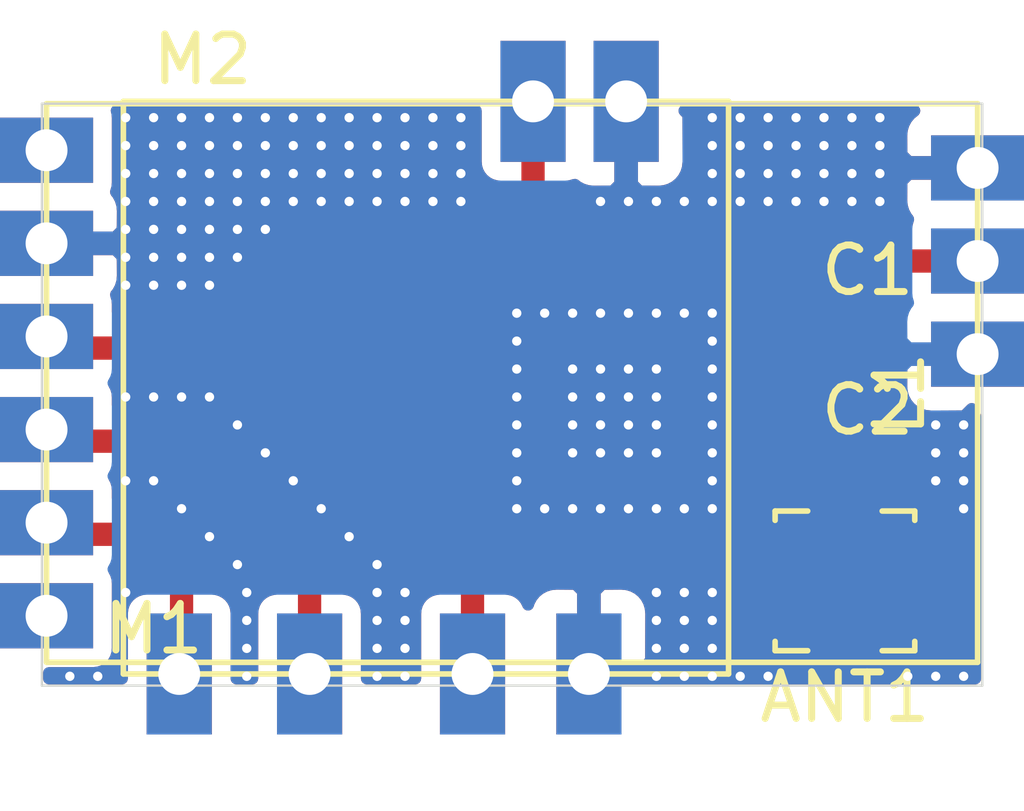
<source format=kicad_pcb>
(kicad_pcb (version 20171130) (host pcbnew 5.1.8+dfsg1-1~bpo10+1)

  (general
    (thickness 1.6)
    (drawings 4)
    (tracks 214)
    (zones 0)
    (modules 6)
    (nets 7)
  )

  (page A4)
  (layers
    (0 F.Cu signal)
    (31 B.Cu signal)
    (32 B.Adhes user)
    (33 F.Adhes user)
    (34 B.Paste user)
    (35 F.Paste user)
    (36 B.SilkS user)
    (37 F.SilkS user)
    (38 B.Mask user)
    (39 F.Mask user)
    (40 Dwgs.User user)
    (41 Cmts.User user)
    (42 Eco1.User user)
    (43 Eco2.User user)
    (44 Edge.Cuts user)
    (45 Margin user)
    (46 B.CrtYd user)
    (47 F.CrtYd user)
    (48 B.Fab user)
    (49 F.Fab user)
  )

  (setup
    (last_trace_width 0.5)
    (user_trace_width 0.5)
    (trace_clearance 0.4)
    (zone_clearance 0)
    (zone_45_only no)
    (trace_min 0.2)
    (via_size 0.8)
    (via_drill 0.4)
    (via_min_size 0.4)
    (via_min_drill 0.3)
    (uvia_size 0.3)
    (uvia_drill 0.1)
    (uvias_allowed no)
    (uvia_min_size 0.2)
    (uvia_min_drill 0.1)
    (edge_width 0.05)
    (segment_width 0.2)
    (pcb_text_width 0.3)
    (pcb_text_size 1.5 1.5)
    (mod_edge_width 0.12)
    (mod_text_size 1 1)
    (mod_text_width 0.15)
    (pad_size 2.6 1.4)
    (pad_drill 0.9)
    (pad_to_mask_clearance 0.05)
    (aux_axis_origin 0 0)
    (visible_elements 7FFFFFFF)
    (pcbplotparams
      (layerselection 0x010fc_ffffffff)
      (usegerberextensions false)
      (usegerberattributes true)
      (usegerberadvancedattributes true)
      (creategerberjobfile true)
      (excludeedgelayer true)
      (linewidth 0.100000)
      (plotframeref false)
      (viasonmask false)
      (mode 1)
      (useauxorigin false)
      (hpglpennumber 1)
      (hpglpenspeed 20)
      (hpglpendiameter 15.000000)
      (psnegative false)
      (psa4output false)
      (plotreference true)
      (plotvalue true)
      (plotinvisibletext false)
      (padsonsilk false)
      (subtractmaskfromsilk false)
      (outputformat 1)
      (mirror false)
      (drillshape 1)
      (scaleselection 1)
      (outputdirectory ""))
  )

  (net 0 "")
  (net 1 ANT)
  (net 2 GND)
  (net 3 VDD)
  (net 4 UDM)
  (net 5 UDP)
  (net 6 "Net-(ANT1-Pad1)")

  (net_class Default "This is the default net class."
    (clearance 0.4)
    (trace_width 0.25)
    (via_dia 0.8)
    (via_drill 0.4)
    (uvia_dia 0.3)
    (uvia_drill 0.1)
    (add_net ANT)
    (add_net GND)
    (add_net "Net-(ANT1-Pad1)")
    (add_net UDM)
    (add_net UDP)
    (add_net VDD)
  )

  (module components:COAXIAL_CONN (layer F.Cu) (tedit 600D6D39) (tstamp 5FE9DD7D)
    (at 151.25 60.75 180)
    (path /5FEB5C85)
    (fp_text reference ANT1 (at 0 -2.5) (layer F.SilkS)
      (effects (font (size 1 1) (thickness 0.15)))
    )
    (fp_text value RF (at 0 -4.1) (layer F.Fab)
      (effects (font (size 1 1) (thickness 0.15)))
    )
    (fp_line (start 1.5 1.5) (end 1.5 1.3) (layer F.SilkS) (width 0.12))
    (fp_line (start -1.5 1.5) (end -1.5 1.3) (layer F.SilkS) (width 0.12))
    (fp_line (start 1.5 1.5) (end 0.8 1.5) (layer F.SilkS) (width 0.12))
    (fp_line (start 1.5 -1.5) (end 0.8 -1.5) (layer F.SilkS) (width 0.12))
    (fp_line (start -1.5 -1.3) (end -1.5 -1.5) (layer F.SilkS) (width 0.12))
    (fp_line (start -0.8 1.5) (end -1.5 1.5) (layer F.SilkS) (width 0.12))
    (fp_line (start 1.5 -1.5) (end 1.5 -1.3) (layer F.SilkS) (width 0.12))
    (fp_line (start -1.5 -1.5) (end -0.8 -1.5) (layer F.SilkS) (width 0.12))
    (pad 4 smd rect (at 0 -1.5 180) (size 1 1) (layers F.Cu F.Paste F.Mask)
      (net 2 GND) (zone_connect 2))
    (pad 3 smd rect (at -1.5 0 180) (size 1 2.2) (layers F.Cu F.Paste F.Mask)
      (net 2 GND))
    (pad 2 smd rect (at 1.5 0 180) (size 1 2.2) (layers F.Cu F.Paste F.Mask)
      (net 2 GND))
    (pad 1 smd rect (at 0 1.5 180) (size 1 2) (drill (offset 0 -0.5)) (layers F.Cu F.Paste F.Mask)
      (net 6 "Net-(ANT1-Pad1)"))
  )

  (module Inductor_SMD:L_0402_1005Metric (layer F.Cu) (tedit 5B301BBE) (tstamp 6000640E)
    (at 151.25 56.735 270)
    (descr "Inductor SMD 0402 (1005 Metric), square (rectangular) end terminal, IPC_7351 nominal, (Body size source: http://www.tortai-tech.com/upload/download/2011102023233369053.pdf), generated with kicad-footprint-generator")
    (tags inductor)
    (path /6000518A)
    (attr smd)
    (fp_text reference L1 (at 0 -1.17 90) (layer F.SilkS)
      (effects (font (size 1 1) (thickness 0.15)))
    )
    (fp_text value 1nH (at 0 1.17 90) (layer F.Fab)
      (effects (font (size 1 1) (thickness 0.15)))
    )
    (fp_line (start 0.93 0.47) (end -0.93 0.47) (layer F.CrtYd) (width 0.05))
    (fp_line (start 0.93 -0.47) (end 0.93 0.47) (layer F.CrtYd) (width 0.05))
    (fp_line (start -0.93 -0.47) (end 0.93 -0.47) (layer F.CrtYd) (width 0.05))
    (fp_line (start -0.93 0.47) (end -0.93 -0.47) (layer F.CrtYd) (width 0.05))
    (fp_line (start 0.5 0.25) (end -0.5 0.25) (layer F.Fab) (width 0.1))
    (fp_line (start 0.5 -0.25) (end 0.5 0.25) (layer F.Fab) (width 0.1))
    (fp_line (start -0.5 -0.25) (end 0.5 -0.25) (layer F.Fab) (width 0.1))
    (fp_line (start -0.5 0.25) (end -0.5 -0.25) (layer F.Fab) (width 0.1))
    (fp_text user %R (at 0 0 90) (layer F.Fab)
      (effects (font (size 0.25 0.25) (thickness 0.04)))
    )
    (pad 2 smd roundrect (at 0.485 0 270) (size 0.59 0.64) (layers F.Cu F.Paste F.Mask) (roundrect_rratio 0.25)
      (net 6 "Net-(ANT1-Pad1)"))
    (pad 1 smd roundrect (at -0.485 0 270) (size 0.59 0.64) (layers F.Cu F.Paste F.Mask) (roundrect_rratio 0.25)
      (net 1 ANT))
    (model ${KISYS3DMOD}/Inductor_SMD.3dshapes/L_0402_1005Metric.wrl
      (at (xyz 0 0 0))
      (scale (xyz 1 1 1))
      (rotate (xyz 0 0 0))
    )
  )

  (module Capacitor_SMD:C_0402_1005Metric (layer F.Cu) (tedit 5B301BBE) (tstamp 600063FF)
    (at 151.735 58.25)
    (descr "Capacitor SMD 0402 (1005 Metric), square (rectangular) end terminal, IPC_7351 nominal, (Body size source: http://www.tortai-tech.com/upload/download/2011102023233369053.pdf), generated with kicad-footprint-generator")
    (tags capacitor)
    (path /600045EF)
    (attr smd)
    (fp_text reference C2 (at 0 -1.17) (layer F.SilkS)
      (effects (font (size 1 1) (thickness 0.15)))
    )
    (fp_text value 1pF (at 0 1.17) (layer F.Fab)
      (effects (font (size 1 1) (thickness 0.15)))
    )
    (fp_line (start 0.93 0.47) (end -0.93 0.47) (layer F.CrtYd) (width 0.05))
    (fp_line (start 0.93 -0.47) (end 0.93 0.47) (layer F.CrtYd) (width 0.05))
    (fp_line (start -0.93 -0.47) (end 0.93 -0.47) (layer F.CrtYd) (width 0.05))
    (fp_line (start -0.93 0.47) (end -0.93 -0.47) (layer F.CrtYd) (width 0.05))
    (fp_line (start 0.5 0.25) (end -0.5 0.25) (layer F.Fab) (width 0.1))
    (fp_line (start 0.5 -0.25) (end 0.5 0.25) (layer F.Fab) (width 0.1))
    (fp_line (start -0.5 -0.25) (end 0.5 -0.25) (layer F.Fab) (width 0.1))
    (fp_line (start -0.5 0.25) (end -0.5 -0.25) (layer F.Fab) (width 0.1))
    (fp_text user %R (at 0 0) (layer F.Fab)
      (effects (font (size 0.25 0.25) (thickness 0.04)))
    )
    (pad 2 smd roundrect (at 0.485 0) (size 0.59 0.64) (layers F.Cu F.Paste F.Mask) (roundrect_rratio 0.25)
      (net 2 GND))
    (pad 1 smd roundrect (at -0.485 0) (size 0.59 0.64) (layers F.Cu F.Paste F.Mask) (roundrect_rratio 0.25)
      (net 6 "Net-(ANT1-Pad1)"))
    (model ${KISYS3DMOD}/Capacitor_SMD.3dshapes/C_0402_1005Metric.wrl
      (at (xyz 0 0 0))
      (scale (xyz 1 1 1))
      (rotate (xyz 0 0 0))
    )
  )

  (module Capacitor_SMD:C_0402_1005Metric (layer F.Cu) (tedit 5B301BBE) (tstamp 600063F0)
    (at 151.735 55.25)
    (descr "Capacitor SMD 0402 (1005 Metric), square (rectangular) end terminal, IPC_7351 nominal, (Body size source: http://www.tortai-tech.com/upload/download/2011102023233369053.pdf), generated with kicad-footprint-generator")
    (tags capacitor)
    (path /600041D3)
    (attr smd)
    (fp_text reference C1 (at 0 -1.17) (layer F.SilkS)
      (effects (font (size 1 1) (thickness 0.15)))
    )
    (fp_text value 1pF (at 0 1.17) (layer F.Fab)
      (effects (font (size 1 1) (thickness 0.15)))
    )
    (fp_line (start 0.93 0.47) (end -0.93 0.47) (layer F.CrtYd) (width 0.05))
    (fp_line (start 0.93 -0.47) (end 0.93 0.47) (layer F.CrtYd) (width 0.05))
    (fp_line (start -0.93 -0.47) (end 0.93 -0.47) (layer F.CrtYd) (width 0.05))
    (fp_line (start -0.93 0.47) (end -0.93 -0.47) (layer F.CrtYd) (width 0.05))
    (fp_line (start 0.5 0.25) (end -0.5 0.25) (layer F.Fab) (width 0.1))
    (fp_line (start 0.5 -0.25) (end 0.5 0.25) (layer F.Fab) (width 0.1))
    (fp_line (start -0.5 -0.25) (end 0.5 -0.25) (layer F.Fab) (width 0.1))
    (fp_line (start -0.5 0.25) (end -0.5 -0.25) (layer F.Fab) (width 0.1))
    (fp_text user %R (at 0 0) (layer F.Fab)
      (effects (font (size 0.25 0.25) (thickness 0.04)))
    )
    (pad 2 smd roundrect (at 0.485 0) (size 0.59 0.64) (layers F.Cu F.Paste F.Mask) (roundrect_rratio 0.25)
      (net 2 GND))
    (pad 1 smd roundrect (at -0.485 0) (size 0.59 0.64) (layers F.Cu F.Paste F.Mask) (roundrect_rratio 0.25)
      (net 1 ANT))
    (model ${KISYS3DMOD}/Capacitor_SMD.3dshapes/C_0402_1005Metric.wrl
      (at (xyz 0 0 0))
      (scale (xyz 1 1 1))
      (rotate (xyz 0 0 0))
    )
  )

  (module components:BL-M7601NU4_V1.0 (layer F.Cu) (tedit 5FE9E17A) (tstamp 5FE9DD8E)
    (at 134.1 50.5)
    (path /5FEB479D)
    (fp_text reference M1 (at 2.3 11.28) (layer F.SilkS)
      (effects (font (size 1 1) (thickness 0.15)))
    )
    (fp_text value BL-M7601NU4_V1.0 (at 8.7 11.98) (layer B.Fab)
      (effects (font (size 1 1) (thickness 0.15)) (justify mirror))
    )
    (fp_line (start 0 0) (end 0 12) (layer F.SilkS) (width 0.12))
    (fp_line (start 0 12) (end 20 12) (layer F.SilkS) (width 0.12))
    (fp_line (start 20 0) (end 20 12) (layer F.SilkS) (width 0.12))
    (fp_line (start 0 0) (end 20 0) (layer F.SilkS) (width 0.12))
    (pad 9 thru_hole rect (at 20 1.38) (size 2 1.4) (drill 0.9) (layers *.Cu *.Mask)
      (net 2 GND))
    (pad 8 thru_hole rect (at 20 3.38) (size 2 1.4) (drill 0.9) (layers *.Cu *.Mask)
      (net 1 ANT))
    (pad 7 thru_hole rect (at 20 5.38) (size 2 1.4) (drill 0.9) (layers *.Cu *.Mask)
      (net 2 GND))
    (pad 6 thru_hole rect (at 0 1) (size 2 1.4) (drill 0.9) (layers *.Cu *.Mask))
    (pad 5 thru_hole rect (at 0 3) (size 2 1.4) (drill 0.9) (layers *.Cu *.Mask)
      (net 2 GND))
    (pad 4 thru_hole rect (at 0 5) (size 2 1.4) (drill 0.9) (layers *.Cu *.Mask)
      (net 5 UDP))
    (pad 3 thru_hole rect (at 0 7) (size 2 1.4) (drill 0.9) (layers *.Cu *.Mask)
      (net 4 UDM))
    (pad 2 thru_hole rect (at 0 9) (size 2 1.4) (drill 0.9) (layers *.Cu *.Mask)
      (net 3 VDD))
    (pad 1 thru_hole rect (at 0 11) (size 2 1.4) (drill 0.9) (layers *.Cu *.Mask))
  )

  (module components:HLK-7601_V1.0 (layer F.Cu) (tedit 600D7092) (tstamp 5FE9DD9C)
    (at 135.75 62.75 90)
    (path /5FEB5760)
    (fp_text reference M2 (at 13.2 1.7 180) (layer F.SilkS)
      (effects (font (size 1 1) (thickness 0.15)))
    )
    (fp_text value HLK-7601_V1.0 (at 8.4 5.5 270) (layer B.Fab)
      (effects (font (size 1 1) (thickness 0.15)) (justify mirror))
    )
    (fp_line (start 0 13) (end 0 0) (layer F.SilkS) (width 0.12))
    (fp_line (start 12.3 13) (end 0 13) (layer F.SilkS) (width 0.12))
    (fp_line (start 12.3 0) (end 12.3 13) (layer F.SilkS) (width 0.12))
    (fp_line (start 0 0) (end 12.3 0) (layer F.SilkS) (width 0.12))
    (pad 6 thru_hole rect (at 12.3 8.8 90) (size 2.6 1.4) (drill 0.9) (layers *.Cu *.Mask)
      (net 1 ANT))
    (pad 5 thru_hole rect (at 12.3 10.8 90) (size 2.6 1.4) (drill 0.9) (layers *.Cu *.Mask)
      (net 2 GND))
    (pad 4 thru_hole rect (at 0 10 90) (size 2.6 1.4) (drill 0.9) (layers *.Cu *.Mask)
      (net 2 GND))
    (pad 3 thru_hole rect (at 0 7.5 90) (size 2.6 1.4) (drill 0.9) (layers *.Cu *.Mask)
      (net 5 UDP))
    (pad 2 thru_hole rect (at 0 4 90) (size 2.6 1.4) (drill 0.9) (layers *.Cu *.Mask)
      (net 4 UDM))
    (pad 1 thru_hole rect (at 0 1.2 90) (size 2.6 1.4) (drill 0.9) (layers *.Cu *.Mask)
      (net 3 VDD))
  )

  (gr_line (start 134 63) (end 134 50.5) (layer Edge.Cuts) (width 0.05) (tstamp 5FE9E190))
  (gr_line (start 154.2 63) (end 134 63) (layer Edge.Cuts) (width 0.05))
  (gr_line (start 154.2 50.5) (end 154.2 63) (layer Edge.Cuts) (width 0.05))
  (gr_line (start 134 50.5) (end 154.2 50.5) (layer Edge.Cuts) (width 0.05))

  (segment (start 151.25 56.25) (end 151.25 55.25) (width 0.5) (layer F.Cu) (net 1))
  (segment (start 144.55 50.45) (end 144.55 52.75) (width 0.5) (layer F.Cu) (net 1))
  (segment (start 144.55 52.75) (end 145.68 53.88) (width 0.5) (layer F.Cu) (net 1))
  (segment (start 151.25 53.91) (end 151.28 53.88) (width 0.5) (layer F.Cu) (net 1))
  (segment (start 151.25 55.25) (end 151.25 53.91) (width 0.5) (layer F.Cu) (net 1))
  (segment (start 145.68 53.88) (end 151.28 53.88) (width 0.5) (layer F.Cu) (net 1))
  (segment (start 151.28 53.88) (end 154.1 53.88) (width 0.5) (layer F.Cu) (net 1))
  (via (at 135.8 50.8) (size 0.4) (drill 0.2) (layers F.Cu B.Cu) (net 2) (tstamp 60006EA2))
  (via (at 135.8 51.4) (size 0.4) (drill 0.2) (layers F.Cu B.Cu) (net 2) (tstamp 600D7463))
  (via (at 135.8 52) (size 0.4) (drill 0.2) (layers F.Cu B.Cu) (net 2) (tstamp 600D7465))
  (via (at 135.8 52.6) (size 0.4) (drill 0.2) (layers F.Cu B.Cu) (net 2) (tstamp 600D7467))
  (via (at 136.4 52.6) (size 0.4) (drill 0.2) (layers F.Cu B.Cu) (net 2) (tstamp 600D7469))
  (via (at 136.4 52) (size 0.4) (drill 0.2) (layers F.Cu B.Cu) (net 2) (tstamp 600D746B))
  (via (at 136.4 51.4) (size 0.4) (drill 0.2) (layers F.Cu B.Cu) (net 2) (tstamp 600D746D))
  (via (at 136.4 50.8) (size 0.4) (drill 0.2) (layers F.Cu B.Cu) (net 2) (tstamp 600D746F))
  (via (at 137 50.8) (size 0.4) (drill 0.2) (layers F.Cu B.Cu) (net 2) (tstamp 600D7471))
  (via (at 137 51.4) (size 0.4) (drill 0.2) (layers F.Cu B.Cu) (net 2) (tstamp 600D7473))
  (via (at 137 52) (size 0.4) (drill 0.2) (layers F.Cu B.Cu) (net 2) (tstamp 600D7475))
  (via (at 137 52.6) (size 0.4) (drill 0.2) (layers F.Cu B.Cu) (net 2) (tstamp 600D7477))
  (via (at 137.6 52.6) (size 0.4) (drill 0.2) (layers F.Cu B.Cu) (net 2) (tstamp 600D7479))
  (via (at 137.6 52) (size 0.4) (drill 0.2) (layers F.Cu B.Cu) (net 2) (tstamp 600D747B))
  (via (at 137.6 51.4) (size 0.4) (drill 0.2) (layers F.Cu B.Cu) (net 2) (tstamp 600D747D))
  (via (at 137.6 50.8) (size 0.4) (drill 0.2) (layers F.Cu B.Cu) (net 2) (tstamp 600D747F))
  (via (at 138.2 52.6) (size 0.4) (drill 0.2) (layers F.Cu B.Cu) (net 2) (tstamp 600D74DB))
  (via (at 138.2 50.8) (size 0.4) (drill 0.2) (layers F.Cu B.Cu) (net 2) (tstamp 600D74DC))
  (via (at 138.2 52) (size 0.4) (drill 0.2) (layers F.Cu B.Cu) (net 2) (tstamp 600D74DD))
  (via (at 138.2 51.4) (size 0.4) (drill 0.2) (layers F.Cu B.Cu) (net 2) (tstamp 600D74DE))
  (via (at 138.8 50.8) (size 0.4) (drill 0.2) (layers F.Cu B.Cu) (net 2) (tstamp 600D74E3))
  (via (at 138.8 52) (size 0.4) (drill 0.2) (layers F.Cu B.Cu) (net 2) (tstamp 600D74E4))
  (via (at 138.8 52.6) (size 0.4) (drill 0.2) (layers F.Cu B.Cu) (net 2) (tstamp 600D74E5))
  (via (at 138.8 51.4) (size 0.4) (drill 0.2) (layers F.Cu B.Cu) (net 2) (tstamp 600D74E6))
  (via (at 139.4 52) (size 0.4) (drill 0.2) (layers F.Cu B.Cu) (net 2) (tstamp 600D74EB))
  (via (at 139.4 50.8) (size 0.4) (drill 0.2) (layers F.Cu B.Cu) (net 2) (tstamp 600D74EC))
  (via (at 139.4 52.6) (size 0.4) (drill 0.2) (layers F.Cu B.Cu) (net 2) (tstamp 600D74ED))
  (via (at 139.4 51.4) (size 0.4) (drill 0.2) (layers F.Cu B.Cu) (net 2) (tstamp 600D74EE))
  (via (at 140 52.6) (size 0.4) (drill 0.2) (layers F.Cu B.Cu) (net 2) (tstamp 600D74F3))
  (via (at 140 52) (size 0.4) (drill 0.2) (layers F.Cu B.Cu) (net 2) (tstamp 600D74F4))
  (via (at 140 51.4) (size 0.4) (drill 0.2) (layers F.Cu B.Cu) (net 2) (tstamp 600D74F5))
  (via (at 140 50.8) (size 0.4) (drill 0.2) (layers F.Cu B.Cu) (net 2) (tstamp 600D74F6))
  (via (at 140.6 50.8) (size 0.4) (drill 0.2) (layers F.Cu B.Cu) (net 2) (tstamp 600D74FB))
  (via (at 140.6 52) (size 0.4) (drill 0.2) (layers F.Cu B.Cu) (net 2) (tstamp 600D74FC))
  (via (at 140.6 52.6) (size 0.4) (drill 0.2) (layers F.Cu B.Cu) (net 2) (tstamp 600D74FD))
  (via (at 140.6 51.4) (size 0.4) (drill 0.2) (layers F.Cu B.Cu) (net 2) (tstamp 600D74FE))
  (via (at 141.2 51.4) (size 0.4) (drill 0.2) (layers F.Cu B.Cu) (net 2) (tstamp 600D7503))
  (via (at 141.2 52.6) (size 0.4) (drill 0.2) (layers F.Cu B.Cu) (net 2) (tstamp 600D7504))
  (via (at 141.2 50.8) (size 0.4) (drill 0.2) (layers F.Cu B.Cu) (net 2) (tstamp 600D7505))
  (via (at 141.2 52) (size 0.4) (drill 0.2) (layers F.Cu B.Cu) (net 2) (tstamp 600D7506))
  (via (at 141.8 52) (size 0.4) (drill 0.2) (layers F.Cu B.Cu) (net 2) (tstamp 600D750B))
  (via (at 141.8 50.8) (size 0.4) (drill 0.2) (layers F.Cu B.Cu) (net 2) (tstamp 600D750C))
  (via (at 141.8 52.6) (size 0.4) (drill 0.2) (layers F.Cu B.Cu) (net 2) (tstamp 600D750D))
  (via (at 141.8 51.4) (size 0.4) (drill 0.2) (layers F.Cu B.Cu) (net 2) (tstamp 600D750E))
  (via (at 142.4 52.6) (size 0.4) (drill 0.2) (layers F.Cu B.Cu) (net 2) (tstamp 600D7513))
  (via (at 142.4 52) (size 0.4) (drill 0.2) (layers F.Cu B.Cu) (net 2) (tstamp 600D7514))
  (via (at 142.4 51.4) (size 0.4) (drill 0.2) (layers F.Cu B.Cu) (net 2) (tstamp 600D7515))
  (via (at 142.4 50.8) (size 0.4) (drill 0.2) (layers F.Cu B.Cu) (net 2) (tstamp 600D7516))
  (via (at 143 52) (size 0.4) (drill 0.2) (layers F.Cu B.Cu) (net 2) (tstamp 600D751B))
  (via (at 143 51.4) (size 0.4) (drill 0.2) (layers F.Cu B.Cu) (net 2) (tstamp 600D751C))
  (via (at 143 50.8) (size 0.4) (drill 0.2) (layers F.Cu B.Cu) (net 2) (tstamp 600D751D))
  (via (at 143 52.6) (size 0.4) (drill 0.2) (layers F.Cu B.Cu) (net 2) (tstamp 600D751E))
  (via (at 144.2 55) (size 0.4) (drill 0.2) (layers F.Cu B.Cu) (net 2) (tstamp 600D7573))
  (via (at 144.8 55) (size 0.4) (drill 0.2) (layers F.Cu B.Cu) (net 2) (tstamp 600D7575))
  (via (at 145.4 55) (size 0.4) (drill 0.2) (layers F.Cu B.Cu) (net 2) (tstamp 600D7577))
  (via (at 146 55) (size 0.4) (drill 0.2) (layers F.Cu B.Cu) (net 2) (tstamp 600D7579))
  (via (at 146.6 55) (size 0.4) (drill 0.2) (layers F.Cu B.Cu) (net 2) (tstamp 600D757B))
  (via (at 147.2 55) (size 0.4) (drill 0.2) (layers F.Cu B.Cu) (net 2) (tstamp 600D757D))
  (via (at 147.8 55) (size 0.4) (drill 0.2) (layers F.Cu B.Cu) (net 2) (tstamp 600D757F))
  (via (at 148.4 55) (size 0.4) (drill 0.2) (layers F.Cu B.Cu) (net 2) (tstamp 600D7581))
  (via (at 148.4 52.6) (size 0.4) (drill 0.2) (layers F.Cu B.Cu) (net 2) (tstamp 600D7585))
  (via (at 149 52.6) (size 0.4) (drill 0.2) (layers F.Cu B.Cu) (net 2) (tstamp 600D7587))
  (via (at 148.4 52) (size 0.4) (drill 0.2) (layers F.Cu B.Cu) (net 2) (tstamp 600D7589))
  (via (at 148.4 51.4) (size 0.4) (drill 0.2) (layers F.Cu B.Cu) (net 2) (tstamp 600D758B))
  (via (at 148.4 50.8) (size 0.4) (drill 0.2) (layers F.Cu B.Cu) (net 2) (tstamp 600D758D))
  (via (at 149 50.8) (size 0.4) (drill 0.2) (layers F.Cu B.Cu) (net 2) (tstamp 600D758F))
  (via (at 149 51.4) (size 0.4) (drill 0.2) (layers F.Cu B.Cu) (net 2) (tstamp 600D7591))
  (via (at 149 52) (size 0.4) (drill 0.2) (layers F.Cu B.Cu) (net 2) (tstamp 600D7593))
  (via (at 148.4 55.6) (size 0.4) (drill 0.2) (layers F.Cu B.Cu) (net 2) (tstamp 600D7595))
  (via (at 148.4 56.2) (size 0.4) (drill 0.2) (layers F.Cu B.Cu) (net 2) (tstamp 600D7597))
  (via (at 148.4 56.8) (size 0.4) (drill 0.2) (layers F.Cu B.Cu) (net 2) (tstamp 600D7599))
  (via (at 147.2 56.2) (size 0.4) (drill 0.2) (layers F.Cu B.Cu) (net 2) (tstamp 600D759B))
  (via (at 146.6 56.2) (size 0.4) (drill 0.2) (layers F.Cu B.Cu) (net 2) (tstamp 600D759D))
  (via (at 146 56.2) (size 0.4) (drill 0.2) (layers F.Cu B.Cu) (net 2) (tstamp 600D759F))
  (via (at 145.4 56.2) (size 0.4) (drill 0.2) (layers F.Cu B.Cu) (net 2) (tstamp 600D75A1))
  (via (at 144.2 56.2) (size 0.4) (drill 0.2) (layers F.Cu B.Cu) (net 2) (tstamp 600D75A5))
  (via (at 144.2 57.4) (size 0.4) (drill 0.2) (layers F.Cu B.Cu) (net 2) (tstamp 600D75AF))
  (via (at 144.2 56.8) (size 0.4) (drill 0.2) (layers F.Cu B.Cu) (net 2) (tstamp 600D75B1))
  (via (at 145.4 57.4) (size 0.4) (drill 0.2) (layers F.Cu B.Cu) (net 2) (tstamp 600D75B7))
  (via (at 145.4 56.8) (size 0.4) (drill 0.2) (layers F.Cu B.Cu) (net 2) (tstamp 600D75B9))
  (via (at 146 56.8) (size 0.4) (drill 0.2) (layers F.Cu B.Cu) (net 2) (tstamp 600D75BB))
  (via (at 146.6 56.8) (size 0.4) (drill 0.2) (layers F.Cu B.Cu) (net 2) (tstamp 600D75BD))
  (via (at 147.2 56.8) (size 0.4) (drill 0.2) (layers F.Cu B.Cu) (net 2) (tstamp 600D75BF))
  (via (at 146 57.4) (size 0.4) (drill 0.2) (layers F.Cu B.Cu) (net 2) (tstamp 600D75C1))
  (via (at 146.6 57.4) (size 0.4) (drill 0.2) (layers F.Cu B.Cu) (net 2) (tstamp 600D75C3))
  (via (at 147.2 57.4) (size 0.4) (drill 0.2) (layers F.Cu B.Cu) (net 2) (tstamp 600D75C5))
  (via (at 147.2 58) (size 0.4) (drill 0.2) (layers F.Cu B.Cu) (net 2) (tstamp 600D75C7))
  (via (at 147.2 59.2) (size 0.4) (drill 0.2) (layers F.Cu B.Cu) (net 2) (tstamp 600D75CB))
  (via (at 144.2 55.6) (size 0.4) (drill 0.2) (layers F.Cu B.Cu) (net 2) (tstamp 600D760B))
  (via (at 144.2 58) (size 0.4) (drill 0.2) (layers F.Cu B.Cu) (net 2) (tstamp 600D7619))
  (via (at 144.2 58.6) (size 0.4) (drill 0.2) (layers F.Cu B.Cu) (net 2) (tstamp 600D761B))
  (via (at 144.2 59.2) (size 0.4) (drill 0.2) (layers F.Cu B.Cu) (net 2) (tstamp 600D7625))
  (via (at 144.8 59.2) (size 0.4) (drill 0.2) (layers F.Cu B.Cu) (net 2) (tstamp 600D7627))
  (via (at 145.4 59.2) (size 0.4) (drill 0.2) (layers F.Cu B.Cu) (net 2) (tstamp 600D7629))
  (via (at 145.4 58) (size 0.4) (drill 0.2) (layers F.Cu B.Cu) (net 2) (tstamp 600D762B))
  (via (at 146 59.2) (size 0.4) (drill 0.2) (layers F.Cu B.Cu) (net 2) (tstamp 600D7633))
  (via (at 146 58) (size 0.4) (drill 0.2) (layers F.Cu B.Cu) (net 2) (tstamp 600D7637))
  (via (at 146.6 58) (size 0.4) (drill 0.2) (layers F.Cu B.Cu) (net 2) (tstamp 600D7639))
  (via (at 146.6 59.2) (size 0.4) (drill 0.2) (layers F.Cu B.Cu) (net 2) (tstamp 600D763D))
  (via (at 147.8 59.2) (size 0.4) (drill 0.2) (layers F.Cu B.Cu) (net 2) (tstamp 600D763F))
  (via (at 148.4 57.4) (size 0.4) (drill 0.2) (layers F.Cu B.Cu) (net 2) (tstamp 600D7647))
  (via (at 148.4 58) (size 0.4) (drill 0.2) (layers F.Cu B.Cu) (net 2) (tstamp 600D7649))
  (via (at 148.4 58.6) (size 0.4) (drill 0.2) (layers F.Cu B.Cu) (net 2) (tstamp 600D764B))
  (via (at 148.4 59.2) (size 0.4) (drill 0.2) (layers F.Cu B.Cu) (net 2) (tstamp 600D764D))
  (segment (start 137 60.75) (end 136 59.75) (width 0.5) (layer F.Cu) (net 3))
  (segment (start 137 60.75) (end 137 62.52499) (width 0.5) (layer F.Cu) (net 3))
  (segment (start 136 59.75) (end 134.57501 59.75) (width 0.5) (layer F.Cu) (net 3))
  (segment (start 139.75 60.5) (end 137 57.75) (width 0.5) (layer F.Cu) (net 4))
  (segment (start 139.75 60.5) (end 139.75 62.52499) (width 0.5) (layer F.Cu) (net 4))
  (segment (start 137 57.75) (end 134.57501 57.75) (width 0.5) (layer F.Cu) (net 4))
  (segment (start 143.25 60.5) (end 138.5 55.75) (width 0.5) (layer F.Cu) (net 5))
  (segment (start 143.25 60.5) (end 143.25 62.52499) (width 0.5) (layer F.Cu) (net 5))
  (segment (start 138.5 55.75) (end 134.57501 55.75) (width 0.5) (layer F.Cu) (net 5))
  (segment (start 151.25 59.25) (end 151.25 57.22) (width 0.5) (layer F.Cu) (net 6))
  (via (at 153.2 57.4) (size 0.4) (drill 0.2) (layers F.Cu B.Cu) (net 2) (tstamp 600D765E))
  (via (at 153.8 57.4) (size 0.4) (drill 0.2) (layers F.Cu B.Cu) (net 2) (tstamp 600D7660))
  (via (at 153.8 58) (size 0.4) (drill 0.2) (layers F.Cu B.Cu) (net 2) (tstamp 600D7662))
  (via (at 153.8 58.6) (size 0.4) (drill 0.2) (layers F.Cu B.Cu) (net 2) (tstamp 600D7664))
  (via (at 153.2 58.6) (size 0.4) (drill 0.2) (layers F.Cu B.Cu) (net 2) (tstamp 600D7666))
  (via (at 153.2 58) (size 0.4) (drill 0.2) (layers F.Cu B.Cu) (net 2) (tstamp 600D7668))
  (via (at 153.8 59.2) (size 0.4) (drill 0.2) (layers F.Cu B.Cu) (net 2) (tstamp 600D766A))
  (via (at 153.8 62.8) (size 0.4) (drill 0.2) (layers F.Cu B.Cu) (net 2) (tstamp 600D7676))
  (via (at 153.2 62.8) (size 0.4) (drill 0.2) (layers F.Cu B.Cu) (net 2) (tstamp 600D7678))
  (via (at 152.6 62.8) (size 0.4) (drill 0.2) (layers F.Cu B.Cu) (net 2) (tstamp 600D767A))
  (via (at 149.6 62.8) (size 0.4) (drill 0.2) (layers F.Cu B.Cu) (net 2) (tstamp 600D7684))
  (via (at 149 62.8) (size 0.4) (drill 0.2) (layers F.Cu B.Cu) (net 2) (tstamp 600D7686))
  (via (at 148.4 62.8) (size 0.4) (drill 0.2) (layers F.Cu B.Cu) (net 2) (tstamp 600D7688))
  (via (at 147.8 62.8) (size 0.4) (drill 0.2) (layers F.Cu B.Cu) (net 2) (tstamp 600D768A))
  (via (at 147.2 62.8) (size 0.4) (drill 0.2) (layers F.Cu B.Cu) (net 2) (tstamp 600D768C))
  (via (at 147.2 62.2) (size 0.4) (drill 0.2) (layers F.Cu B.Cu) (net 2) (tstamp 600D768E))
  (via (at 147.2 61.6) (size 0.4) (drill 0.2) (layers F.Cu B.Cu) (net 2) (tstamp 600D7690))
  (via (at 147.8 61.6) (size 0.4) (drill 0.2) (layers F.Cu B.Cu) (net 2) (tstamp 600D7692))
  (via (at 147.8 62.2) (size 0.4) (drill 0.2) (layers F.Cu B.Cu) (net 2) (tstamp 600D7694))
  (via (at 148.4 62.2) (size 0.4) (drill 0.2) (layers F.Cu B.Cu) (net 2) (tstamp 600D7696))
  (via (at 148.4 61.6) (size 0.4) (drill 0.2) (layers F.Cu B.Cu) (net 2) (tstamp 600D7698))
  (via (at 148.4 61) (size 0.4) (drill 0.2) (layers F.Cu B.Cu) (net 2) (tstamp 600D769A))
  (via (at 147.8 61) (size 0.4) (drill 0.2) (layers F.Cu B.Cu) (net 2) (tstamp 600D769C))
  (via (at 147.2 61) (size 0.4) (drill 0.2) (layers F.Cu B.Cu) (net 2) (tstamp 600D769E))
  (via (at 141.8 61) (size 0.4) (drill 0.2) (layers F.Cu B.Cu) (net 2) (tstamp 600D76A0))
  (via (at 141.8 61.6) (size 0.4) (drill 0.2) (layers F.Cu B.Cu) (net 2) (tstamp 600D76A2))
  (via (at 141.8 62.2) (size 0.4) (drill 0.2) (layers F.Cu B.Cu) (net 2) (tstamp 600D76A4))
  (via (at 141.8 62.8) (size 0.4) (drill 0.2) (layers F.Cu B.Cu) (net 2) (tstamp 600D76A6))
  (via (at 141.2 62.8) (size 0.4) (drill 0.2) (layers F.Cu B.Cu) (net 2) (tstamp 600D76A8))
  (via (at 141.2 62.2) (size 0.4) (drill 0.2) (layers F.Cu B.Cu) (net 2) (tstamp 600D76AA))
  (via (at 141.2 61.6) (size 0.4) (drill 0.2) (layers F.Cu B.Cu) (net 2) (tstamp 600D76AC))
  (via (at 141.2 61) (size 0.4) (drill 0.2) (layers F.Cu B.Cu) (net 2) (tstamp 600D76AE))
  (via (at 137 56.8) (size 0.4) (drill 0.2) (layers F.Cu B.Cu) (net 2) (tstamp 600D76BC))
  (via (at 136.4 56.8) (size 0.4) (drill 0.2) (layers F.Cu B.Cu) (net 2) (tstamp 600D76BE))
  (via (at 135.8 56.8) (size 0.4) (drill 0.2) (layers F.Cu B.Cu) (net 2) (tstamp 600D76C0))
  (via (at 137.6 56.8) (size 0.4) (drill 0.2) (layers F.Cu B.Cu) (net 2) (tstamp 600D76C2))
  (via (at 138.2 57.4) (size 0.4) (drill 0.2) (layers F.Cu B.Cu) (net 2) (tstamp 600D76C4))
  (via (at 135.8 58.6) (size 0.4) (drill 0.2) (layers F.Cu B.Cu) (net 2) (tstamp 600D7F8C))
  (via (at 136.4 58.6) (size 0.4) (drill 0.2) (layers F.Cu B.Cu) (net 2) (tstamp 600D7F8E))
  (via (at 137 59.2) (size 0.4) (drill 0.2) (layers F.Cu B.Cu) (net 2) (tstamp 600D7F90))
  (via (at 137.6 59.8) (size 0.4) (drill 0.2) (layers F.Cu B.Cu) (net 2) (tstamp 600D7F92))
  (via (at 138.2 60.4) (size 0.4) (drill 0.2) (layers F.Cu B.Cu) (net 2) (tstamp 600D7F94))
  (via (at 135.8 61) (size 0.4) (drill 0.2) (layers F.Cu B.Cu) (net 2) (tstamp 600D7F96))
  (via (at 135.2 62.8) (size 0.4) (drill 0.2) (layers F.Cu B.Cu) (net 2) (tstamp 600D7F98))
  (via (at 134.6 62.8) (size 0.4) (drill 0.2) (layers F.Cu B.Cu) (net 2) (tstamp 600D7F9A))
  (via (at 138.8 58) (size 0.4) (drill 0.2) (layers F.Cu B.Cu) (net 2) (tstamp 600D7FBC))
  (via (at 139.4 58.6) (size 0.4) (drill 0.2) (layers F.Cu B.Cu) (net 2) (tstamp 600D7FBE))
  (via (at 140 59.2) (size 0.4) (drill 0.2) (layers F.Cu B.Cu) (net 2) (tstamp 600D7FC0))
  (via (at 140.6 59.8) (size 0.4) (drill 0.2) (layers F.Cu B.Cu) (net 2) (tstamp 600D7FC2))
  (via (at 141.2 60.4) (size 0.4) (drill 0.2) (layers F.Cu B.Cu) (net 2) (tstamp 600D7FC4))
  (via (at 149.6 52) (size 0.4) (drill 0.2) (layers F.Cu B.Cu) (net 2) (tstamp 600D800A))
  (via (at 149.6 52.6) (size 0.4) (drill 0.2) (layers F.Cu B.Cu) (net 2) (tstamp 600D800B))
  (via (at 149.6 51.4) (size 0.4) (drill 0.2) (layers F.Cu B.Cu) (net 2) (tstamp 600D800C))
  (via (at 149.6 50.8) (size 0.4) (drill 0.2) (layers F.Cu B.Cu) (net 2) (tstamp 600D800D))
  (via (at 150.2 52.6) (size 0.4) (drill 0.2) (layers F.Cu B.Cu) (net 2) (tstamp 600D8012))
  (via (at 150.2 51.4) (size 0.4) (drill 0.2) (layers F.Cu B.Cu) (net 2) (tstamp 600D8013))
  (via (at 150.2 52) (size 0.4) (drill 0.2) (layers F.Cu B.Cu) (net 2) (tstamp 600D8014))
  (via (at 150.2 50.8) (size 0.4) (drill 0.2) (layers F.Cu B.Cu) (net 2) (tstamp 600D8015))
  (via (at 150.8 52) (size 0.4) (drill 0.2) (layers F.Cu B.Cu) (net 2) (tstamp 600D801A))
  (via (at 150.8 51.4) (size 0.4) (drill 0.2) (layers F.Cu B.Cu) (net 2) (tstamp 600D801B))
  (via (at 150.8 52.6) (size 0.4) (drill 0.2) (layers F.Cu B.Cu) (net 2) (tstamp 600D801C))
  (via (at 150.8 50.8) (size 0.4) (drill 0.2) (layers F.Cu B.Cu) (net 2) (tstamp 600D801D))
  (via (at 151.4 52.6) (size 0.4) (drill 0.2) (layers F.Cu B.Cu) (net 2) (tstamp 600D8022))
  (via (at 151.4 52) (size 0.4) (drill 0.2) (layers F.Cu B.Cu) (net 2) (tstamp 600D8023))
  (via (at 151.4 51.4) (size 0.4) (drill 0.2) (layers F.Cu B.Cu) (net 2) (tstamp 600D8024))
  (via (at 151.4 50.8) (size 0.4) (drill 0.2) (layers F.Cu B.Cu) (net 2) (tstamp 600D8025))
  (via (at 152 51.4) (size 0.4) (drill 0.2) (layers F.Cu B.Cu) (net 2) (tstamp 600D802A))
  (via (at 152 52.6) (size 0.4) (drill 0.2) (layers F.Cu B.Cu) (net 2) (tstamp 600D802B))
  (via (at 152 52) (size 0.4) (drill 0.2) (layers F.Cu B.Cu) (net 2) (tstamp 600D802C))
  (via (at 152 50.8) (size 0.4) (drill 0.2) (layers F.Cu B.Cu) (net 2) (tstamp 600D802D))
  (via (at 135.8 53.2) (size 0.4) (drill 0.2) (layers F.Cu B.Cu) (net 2) (tstamp 600D8064))
  (via (at 135.8 53.8) (size 0.4) (drill 0.2) (layers F.Cu B.Cu) (net 2) (tstamp 600D8066))
  (via (at 135.8 54.4) (size 0.4) (drill 0.2) (layers F.Cu B.Cu) (net 2) (tstamp 600D8068))
  (via (at 136.4 54.4) (size 0.4) (drill 0.2) (layers F.Cu B.Cu) (net 2) (tstamp 600D806A))
  (via (at 137 54.4) (size 0.4) (drill 0.2) (layers F.Cu B.Cu) (net 2) (tstamp 600D806C))
  (via (at 137 53.8) (size 0.4) (drill 0.2) (layers F.Cu B.Cu) (net 2) (tstamp 600D806E))
  (via (at 136.4 53.8) (size 0.4) (drill 0.2) (layers F.Cu B.Cu) (net 2) (tstamp 600D8070))
  (via (at 136.4 53.2) (size 0.4) (drill 0.2) (layers F.Cu B.Cu) (net 2) (tstamp 600D8072))
  (via (at 137 53.2) (size 0.4) (drill 0.2) (layers F.Cu B.Cu) (net 2) (tstamp 600D8074))
  (via (at 137.6 53.2) (size 0.4) (drill 0.2) (layers F.Cu B.Cu) (net 2) (tstamp 600D8076))
  (via (at 137.6 53.8) (size 0.4) (drill 0.2) (layers F.Cu B.Cu) (net 2) (tstamp 600D8078))
  (via (at 137.6 54.4) (size 0.4) (drill 0.2) (layers F.Cu B.Cu) (net 2) (tstamp 600D807A))
  (via (at 138.2 53.2) (size 0.4) (drill 0.2) (layers F.Cu B.Cu) (net 2) (tstamp 600D807C))
  (via (at 138.2 53.8) (size 0.4) (drill 0.2) (layers F.Cu B.Cu) (net 2) (tstamp 600D807E))
  (via (at 138.8 53.2) (size 0.4) (drill 0.2) (layers F.Cu B.Cu) (net 2) (tstamp 600D8080))
  (via (at 138.4 62.8) (size 0.4) (drill 0.2) (layers F.Cu B.Cu) (net 2) (tstamp 600D808A))
  (via (at 138.4 62.2) (size 0.4) (drill 0.2) (layers F.Cu B.Cu) (net 2) (tstamp 600D808C))
  (via (at 138.4 61.6) (size 0.4) (drill 0.2) (layers F.Cu B.Cu) (net 2) (tstamp 600D808E))
  (via (at 138.4 61) (size 0.4) (drill 0.2) (layers F.Cu B.Cu) (net 2) (tstamp 600D8090))
  (via (at 147.8 52.6) (size 0.4) (drill 0.2) (layers F.Cu B.Cu) (net 2) (tstamp 600D80B0))
  (via (at 147.2 52.6) (size 0.4) (drill 0.2) (layers F.Cu B.Cu) (net 2) (tstamp 600D80B2))
  (via (at 146.6 52.6) (size 0.4) (drill 0.2) (layers F.Cu B.Cu) (net 2) (tstamp 600D80B4))
  (via (at 146 52.6) (size 0.4) (drill 0.2) (layers F.Cu B.Cu) (net 2) (tstamp 600D80B6))

  (zone (net 2) (net_name GND) (layer F.Cu) (tstamp 0) (hatch edge 0.508)
    (connect_pads (clearance 0))
    (min_thickness 0.254)
    (fill yes (arc_segments 32) (thermal_gap 0.508) (thermal_bridge_width 0.508))
    (polygon
      (pts
        (xy 154.25 63) (xy 134 63) (xy 134 50.5) (xy 154.25 50.5)
      )
    )
    (filled_polygon
      (pts
        (xy 136.096889 60.945733) (xy 136.04735 60.960761) (xy 135.955798 61.009696) (xy 135.875552 61.075552) (xy 135.809696 61.155798)
        (xy 135.760761 61.24735) (xy 135.730626 61.34669) (xy 135.720451 61.45) (xy 135.720451 62.848) (xy 134.152 62.848)
        (xy 134.152 62.729549) (xy 135.1 62.729549) (xy 135.20331 62.719374) (xy 135.30265 62.689239) (xy 135.394202 62.640304)
        (xy 135.474448 62.574448) (xy 135.540304 62.494202) (xy 135.589239 62.40265) (xy 135.619374 62.30331) (xy 135.629549 62.2)
        (xy 135.629549 60.8) (xy 135.619374 60.69669) (xy 135.589239 60.59735) (xy 135.551637 60.527) (xy 135.678157 60.527)
      )
    )
    (filled_polygon
      (pts
        (xy 142.473 60.821844) (xy 142.473 60.928035) (xy 142.44669 60.930626) (xy 142.34735 60.960761) (xy 142.255798 61.009696)
        (xy 142.175552 61.075552) (xy 142.109696 61.155798) (xy 142.060761 61.24735) (xy 142.030626 61.34669) (xy 142.020451 61.45)
        (xy 142.020451 62.848) (xy 140.979549 62.848) (xy 140.979549 61.45) (xy 140.969374 61.34669) (xy 140.939239 61.24735)
        (xy 140.890304 61.155798) (xy 140.824448 61.075552) (xy 140.744202 61.009696) (xy 140.65265 60.960761) (xy 140.55331 60.930626)
        (xy 140.527 60.928035) (xy 140.527 60.538155) (xy 140.530758 60.499999) (xy 140.527 60.461843) (xy 140.527 60.461834)
        (xy 140.515757 60.347681) (xy 140.471327 60.201216) (xy 140.462 60.183766) (xy 140.399177 60.066233) (xy 140.326409 59.977565)
        (xy 140.326408 59.977564) (xy 140.30208 59.94792) (xy 140.272437 59.923593) (xy 137.576413 57.227569) (xy 137.55208 57.19792)
        (xy 137.433766 57.100823) (xy 137.298784 57.028673) (xy 137.152319 56.984243) (xy 137.038166 56.973) (xy 137.038163 56.973)
        (xy 137 56.969241) (xy 136.961837 56.973) (xy 135.629549 56.973) (xy 135.629549 56.8) (xy 135.619374 56.69669)
        (xy 135.589239 56.59735) (xy 135.551637 56.527) (xy 138.178157 56.527)
      )
    )
    (filled_polygon
      (pts
        (xy 143.320451 51.75) (xy 143.330626 51.85331) (xy 143.360761 51.95265) (xy 143.409696 52.044202) (xy 143.475552 52.124448)
        (xy 143.555798 52.190304) (xy 143.64735 52.239239) (xy 143.74669 52.269374) (xy 143.773001 52.271965) (xy 143.773001 52.711827)
        (xy 143.769241 52.75) (xy 143.784244 52.902318) (xy 143.828673 53.048783) (xy 143.900823 53.183766) (xy 143.973591 53.272434)
        (xy 143.997921 53.30208) (xy 144.027565 53.326408) (xy 145.10359 54.402434) (xy 145.12792 54.43208) (xy 145.157564 54.456408)
        (xy 145.157565 54.456409) (xy 145.246233 54.529177) (xy 145.373776 54.59735) (xy 145.381216 54.601327) (xy 145.527681 54.645757)
        (xy 145.641834 54.657) (xy 145.641843 54.657) (xy 145.679999 54.660758) (xy 145.718155 54.657) (xy 150.473 54.657)
        (xy 150.473 54.831551) (xy 150.43846 54.945414) (xy 150.425451 55.0775) (xy 150.425451 55.4225) (xy 150.43846 55.554586)
        (xy 150.473001 55.66845) (xy 150.473 55.804093) (xy 150.451988 55.843405) (xy 150.41346 55.970414) (xy 150.400451 56.1025)
        (xy 150.400451 56.3975) (xy 150.41346 56.529586) (xy 150.451988 56.656595) (xy 150.493896 56.735) (xy 150.451988 56.813405)
        (xy 150.41346 56.940414) (xy 150.400451 57.0725) (xy 150.400451 57.3675) (xy 150.41346 57.499586) (xy 150.451988 57.626595)
        (xy 150.473001 57.665907) (xy 150.473001 57.831549) (xy 150.43846 57.945414) (xy 150.425451 58.0775) (xy 150.425451 58.334601)
        (xy 150.375552 58.375552) (xy 150.309696 58.455798) (xy 150.260761 58.54735) (xy 150.230626 58.64669) (xy 150.220451 58.75)
        (xy 150.220451 59.012352) (xy 150.03575 59.015) (xy 149.877 59.17375) (xy 149.877 60.623) (xy 149.897 60.623)
        (xy 149.897 60.877) (xy 149.877 60.877) (xy 149.877 62.32625) (xy 150.03575 62.485) (xy 150.25 62.488072)
        (xy 150.374482 62.475812) (xy 150.49418 62.439502) (xy 150.604494 62.380537) (xy 150.701185 62.301185) (xy 150.780537 62.204494)
        (xy 150.839502 62.09418) (xy 150.875812 61.974482) (xy 150.888072 61.85) (xy 150.887608 61.727) (xy 151.612392 61.727)
        (xy 151.611928 61.85) (xy 151.624188 61.974482) (xy 151.660498 62.09418) (xy 151.719463 62.204494) (xy 151.798815 62.301185)
        (xy 151.895506 62.380537) (xy 152.00582 62.439502) (xy 152.125518 62.475812) (xy 152.25 62.488072) (xy 152.46425 62.485)
        (xy 152.623 62.32625) (xy 152.623 60.877) (xy 152.877 60.877) (xy 152.877 62.32625) (xy 153.03575 62.485)
        (xy 153.25 62.488072) (xy 153.374482 62.475812) (xy 153.49418 62.439502) (xy 153.604494 62.380537) (xy 153.701185 62.301185)
        (xy 153.780537 62.204494) (xy 153.839502 62.09418) (xy 153.875812 61.974482) (xy 153.888072 61.85) (xy 153.885 61.03575)
        (xy 153.72625 60.877) (xy 152.877 60.877) (xy 152.623 60.877) (xy 152.603 60.877) (xy 152.603 60.623)
        (xy 152.623 60.623) (xy 152.623 60.603) (xy 152.877 60.603) (xy 152.877 60.623) (xy 153.72625 60.623)
        (xy 153.885 60.46425) (xy 153.888072 59.65) (xy 153.875812 59.525518) (xy 153.839502 59.40582) (xy 153.780537 59.295506)
        (xy 153.701185 59.198815) (xy 153.604494 59.119463) (xy 153.49418 59.060498) (xy 153.374482 59.024188) (xy 153.25 59.011928)
        (xy 153.03575 59.015) (xy 152.877002 59.173748) (xy 152.877002 59.094375) (xy 152.966185 59.021185) (xy 153.045537 58.924494)
        (xy 153.104502 58.81418) (xy 153.140812 58.694482) (xy 153.153072 58.57) (xy 153.15 58.53575) (xy 152.99125 58.377)
        (xy 152.347 58.377) (xy 152.347 58.397) (xy 152.14205 58.397) (xy 152.124448 58.375552) (xy 152.074549 58.334601)
        (xy 152.074549 58.123) (xy 152.093 58.123) (xy 152.093 57.45375) (xy 152.347 57.45375) (xy 152.347 58.123)
        (xy 152.99125 58.123) (xy 153.15 57.96425) (xy 153.153072 57.93) (xy 153.140812 57.805518) (xy 153.104502 57.68582)
        (xy 153.045537 57.575506) (xy 152.966185 57.478815) (xy 152.869494 57.399463) (xy 152.75918 57.340498) (xy 152.639482 57.304188)
        (xy 152.515 57.291928) (xy 152.50575 57.295) (xy 152.347 57.45375) (xy 152.093 57.45375) (xy 152.091229 57.451979)
        (xy 152.099549 57.3675) (xy 152.099549 57.0725) (xy 152.08654 56.940414) (xy 152.048012 56.813405) (xy 152.006104 56.735)
        (xy 152.048012 56.656595) (xy 152.08654 56.529586) (xy 152.099549 56.3975) (xy 152.099549 56.1025) (xy 152.093 56.036005)
        (xy 152.093 55.377) (xy 152.074549 55.377) (xy 152.074549 55.123) (xy 152.093 55.123) (xy 152.093 55.103)
        (xy 152.347 55.103) (xy 152.347 55.123) (xy 152.367 55.123) (xy 152.367 55.377) (xy 152.347 55.377)
        (xy 152.347 56.04625) (xy 152.46575 56.165) (xy 152.465 56.16575) (xy 152.461928 56.58) (xy 152.474188 56.704482)
        (xy 152.510498 56.82418) (xy 152.569463 56.934494) (xy 152.648815 57.031185) (xy 152.745506 57.110537) (xy 152.85582 57.169502)
        (xy 152.975518 57.205812) (xy 153.1 57.218072) (xy 153.81425 57.215) (xy 153.972998 57.056252) (xy 153.972998 57.215)
        (xy 154.048 57.215) (xy 154.048001 62.848) (xy 145.603 62.848) (xy 145.603 62.623) (xy 145.623 62.623)
        (xy 145.623 60.97375) (xy 145.877 60.97375) (xy 145.877 62.623) (xy 146.92625 62.623) (xy 147.085 62.46425)
        (xy 147.08686 61.85) (xy 148.611928 61.85) (xy 148.624188 61.974482) (xy 148.660498 62.09418) (xy 148.719463 62.204494)
        (xy 148.798815 62.301185) (xy 148.895506 62.380537) (xy 149.00582 62.439502) (xy 149.125518 62.475812) (xy 149.25 62.488072)
        (xy 149.46425 62.485) (xy 149.623 62.32625) (xy 149.623 60.877) (xy 148.77375 60.877) (xy 148.615 61.03575)
        (xy 148.611928 61.85) (xy 147.08686 61.85) (xy 147.088072 61.45) (xy 147.075812 61.325518) (xy 147.039502 61.20582)
        (xy 146.980537 61.095506) (xy 146.901185 60.998815) (xy 146.804494 60.919463) (xy 146.69418 60.860498) (xy 146.574482 60.824188)
        (xy 146.45 60.811928) (xy 146.03575 60.815) (xy 145.877 60.97375) (xy 145.623 60.97375) (xy 145.46425 60.815)
        (xy 145.05 60.811928) (xy 144.925518 60.824188) (xy 144.80582 60.860498) (xy 144.695506 60.919463) (xy 144.598815 60.998815)
        (xy 144.519463 61.095506) (xy 144.460498 61.20582) (xy 144.44357 61.261626) (xy 144.439239 61.24735) (xy 144.390304 61.155798)
        (xy 144.324448 61.075552) (xy 144.244202 61.009696) (xy 144.15265 60.960761) (xy 144.05331 60.930626) (xy 144.027 60.928035)
        (xy 144.027 60.538155) (xy 144.030758 60.499999) (xy 144.027 60.461843) (xy 144.027 60.461834) (xy 144.015757 60.347681)
        (xy 143.971327 60.201216) (xy 143.962 60.183766) (xy 143.899177 60.066233) (xy 143.826409 59.977565) (xy 143.826408 59.977564)
        (xy 143.80208 59.94792) (xy 143.772437 59.923593) (xy 143.498844 59.65) (xy 148.611928 59.65) (xy 148.615 60.46425)
        (xy 148.77375 60.623) (xy 149.623 60.623) (xy 149.623 59.17375) (xy 149.46425 59.015) (xy 149.25 59.011928)
        (xy 149.125518 59.024188) (xy 149.00582 59.060498) (xy 148.895506 59.119463) (xy 148.798815 59.198815) (xy 148.719463 59.295506)
        (xy 148.660498 59.40582) (xy 148.624188 59.525518) (xy 148.611928 59.65) (xy 143.498844 59.65) (xy 139.076413 55.22757)
        (xy 139.05208 55.19792) (xy 138.933766 55.100823) (xy 138.798784 55.028673) (xy 138.652319 54.984243) (xy 138.538166 54.973)
        (xy 138.538163 54.973) (xy 138.5 54.969241) (xy 138.461837 54.973) (xy 135.629549 54.973) (xy 135.629549 54.8)
        (xy 135.619374 54.69669) (xy 135.590893 54.602801) (xy 135.630537 54.554494) (xy 135.689502 54.44418) (xy 135.725812 54.324482)
        (xy 135.738072 54.2) (xy 135.735 53.78575) (xy 135.57625 53.627) (xy 134.227 53.627) (xy 134.227 53.647)
        (xy 134.152 53.647) (xy 134.152 53.353) (xy 134.227 53.353) (xy 134.227 53.373) (xy 135.57625 53.373)
        (xy 135.735 53.21425) (xy 135.738072 52.8) (xy 135.725812 52.675518) (xy 135.689502 52.55582) (xy 135.630537 52.445506)
        (xy 135.590893 52.397199) (xy 135.619374 52.30331) (xy 135.629549 52.2) (xy 135.629549 50.8) (xy 135.619374 50.69669)
        (xy 135.605817 50.652) (xy 143.320451 50.652)
      )
    )
    (filled_polygon
      (pts
        (xy 138.973 60.821844) (xy 138.973 60.928035) (xy 138.94669 60.930626) (xy 138.84735 60.960761) (xy 138.755798 61.009696)
        (xy 138.675552 61.075552) (xy 138.609696 61.155798) (xy 138.560761 61.24735) (xy 138.530626 61.34669) (xy 138.520451 61.45)
        (xy 138.520451 62.848) (xy 138.179549 62.848) (xy 138.179549 61.45) (xy 138.169374 61.34669) (xy 138.139239 61.24735)
        (xy 138.090304 61.155798) (xy 138.024448 61.075552) (xy 137.944202 61.009696) (xy 137.85265 60.960761) (xy 137.777 60.937812)
        (xy 137.777 60.788163) (xy 137.780759 60.75) (xy 137.775508 60.69669) (xy 137.765757 60.597681) (xy 137.721327 60.451216)
        (xy 137.693511 60.399177) (xy 137.649178 60.316234) (xy 137.576409 60.227565) (xy 137.576408 60.227564) (xy 137.55208 60.19792)
        (xy 137.522437 60.173593) (xy 136.576412 59.227569) (xy 136.55208 59.19792) (xy 136.433766 59.100823) (xy 136.298784 59.028673)
        (xy 136.152319 58.984243) (xy 136.038166 58.973) (xy 136.038163 58.973) (xy 136 58.969241) (xy 135.961837 58.973)
        (xy 135.629549 58.973) (xy 135.629549 58.8) (xy 135.619374 58.69669) (xy 135.589239 58.59735) (xy 135.551637 58.527)
        (xy 136.678157 58.527)
      )
    )
    (filled_polygon
      (pts
        (xy 154.048 56.027) (xy 153.973 56.027) (xy 153.973 56.007) (xy 153.953 56.007) (xy 153.953 55.753)
        (xy 153.973 55.753) (xy 153.973 55.733) (xy 154.048 55.733)
      )
    )
    (filled_polygon
      (pts
        (xy 146.677 52.22625) (xy 146.83575 52.385) (xy 147.25 52.388072) (xy 147.374482 52.375812) (xy 147.49418 52.339502)
        (xy 147.604494 52.280537) (xy 147.701185 52.201185) (xy 147.780537 52.104494) (xy 147.839502 51.99418) (xy 147.875812 51.874482)
        (xy 147.888072 51.75) (xy 147.885 50.73575) (xy 147.80125 50.652) (xy 152.742415 50.652) (xy 152.648815 50.728815)
        (xy 152.569463 50.825506) (xy 152.510498 50.93582) (xy 152.474188 51.055518) (xy 152.461928 51.18) (xy 152.465 51.59425)
        (xy 152.62375 51.753) (xy 153.973 51.753) (xy 153.973 51.733) (xy 154.048 51.733) (xy 154.048 52.027)
        (xy 153.973 52.027) (xy 153.973 52.007) (xy 152.62375 52.007) (xy 152.465 52.16575) (xy 152.461928 52.58)
        (xy 152.474188 52.704482) (xy 152.510498 52.82418) (xy 152.569463 52.934494) (xy 152.609107 52.982801) (xy 152.580626 53.07669)
        (xy 152.578035 53.103) (xy 151.318155 53.103) (xy 151.279999 53.099242) (xy 151.241844 53.103) (xy 146.001844 53.103)
        (xy 145.327 52.428157) (xy 145.327 52.271965) (xy 145.35331 52.269374) (xy 145.447199 52.240893) (xy 145.495506 52.280537)
        (xy 145.60582 52.339502) (xy 145.725518 52.375812) (xy 145.85 52.388072) (xy 146.26425 52.385) (xy 146.423 52.22625)
        (xy 146.423 50.652) (xy 146.677 50.652)
      )
    )
  )
  (zone (net 2) (net_name GND) (layer B.Cu) (tstamp 0) (hatch edge 0.508)
    (connect_pads (clearance 0))
    (min_thickness 0.254)
    (fill yes (arc_segments 32) (thermal_gap 0.508) (thermal_bridge_width 0.508))
    (polygon
      (pts
        (xy 154.25 63) (xy 134 63) (xy 134 50.5) (xy 154.25 50.5)
      )
    )
    (filled_polygon
      (pts
        (xy 143.320451 51.75) (xy 143.330626 51.85331) (xy 143.360761 51.95265) (xy 143.409696 52.044202) (xy 143.475552 52.124448)
        (xy 143.555798 52.190304) (xy 143.64735 52.239239) (xy 143.74669 52.269374) (xy 143.85 52.279549) (xy 145.25 52.279549)
        (xy 145.35331 52.269374) (xy 145.447199 52.240893) (xy 145.495506 52.280537) (xy 145.60582 52.339502) (xy 145.725518 52.375812)
        (xy 145.85 52.388072) (xy 146.26425 52.385) (xy 146.423 52.22625) (xy 146.423 50.652) (xy 146.677 50.652)
        (xy 146.677 52.22625) (xy 146.83575 52.385) (xy 147.25 52.388072) (xy 147.374482 52.375812) (xy 147.49418 52.339502)
        (xy 147.604494 52.280537) (xy 147.701185 52.201185) (xy 147.780537 52.104494) (xy 147.839502 51.99418) (xy 147.875812 51.874482)
        (xy 147.888072 51.75) (xy 147.885 50.73575) (xy 147.80125 50.652) (xy 152.742415 50.652) (xy 152.648815 50.728815)
        (xy 152.569463 50.825506) (xy 152.510498 50.93582) (xy 152.474188 51.055518) (xy 152.461928 51.18) (xy 152.465 51.59425)
        (xy 152.62375 51.753) (xy 153.973 51.753) (xy 153.973 51.733) (xy 154.048 51.733) (xy 154.048 52.027)
        (xy 153.973 52.027) (xy 153.973 52.007) (xy 152.62375 52.007) (xy 152.465 52.16575) (xy 152.461928 52.58)
        (xy 152.474188 52.704482) (xy 152.510498 52.82418) (xy 152.569463 52.934494) (xy 152.609107 52.982801) (xy 152.580626 53.07669)
        (xy 152.570451 53.18) (xy 152.570451 54.58) (xy 152.580626 54.68331) (xy 152.609107 54.777199) (xy 152.569463 54.825506)
        (xy 152.510498 54.93582) (xy 152.474188 55.055518) (xy 152.461928 55.18) (xy 152.465 55.59425) (xy 152.62375 55.753)
        (xy 153.973 55.753) (xy 153.973 55.733) (xy 154.048 55.733) (xy 154.048 56.027) (xy 153.973 56.027)
        (xy 153.973 56.007) (xy 152.62375 56.007) (xy 152.465 56.16575) (xy 152.461928 56.58) (xy 152.474188 56.704482)
        (xy 152.510498 56.82418) (xy 152.569463 56.934494) (xy 152.648815 57.031185) (xy 152.745506 57.110537) (xy 152.85582 57.169502)
        (xy 152.975518 57.205812) (xy 153.1 57.218072) (xy 153.81425 57.215) (xy 153.972998 57.056252) (xy 153.972998 57.215)
        (xy 154.048 57.215) (xy 154.048001 62.848) (xy 145.603 62.848) (xy 145.603 62.623) (xy 145.623 62.623)
        (xy 145.623 60.97375) (xy 145.877 60.97375) (xy 145.877 62.623) (xy 146.92625 62.623) (xy 147.085 62.46425)
        (xy 147.088072 61.45) (xy 147.075812 61.325518) (xy 147.039502 61.20582) (xy 146.980537 61.095506) (xy 146.901185 60.998815)
        (xy 146.804494 60.919463) (xy 146.69418 60.860498) (xy 146.574482 60.824188) (xy 146.45 60.811928) (xy 146.03575 60.815)
        (xy 145.877 60.97375) (xy 145.623 60.97375) (xy 145.46425 60.815) (xy 145.05 60.811928) (xy 144.925518 60.824188)
        (xy 144.80582 60.860498) (xy 144.695506 60.919463) (xy 144.598815 60.998815) (xy 144.519463 61.095506) (xy 144.460498 61.20582)
        (xy 144.44357 61.261626) (xy 144.439239 61.24735) (xy 144.390304 61.155798) (xy 144.324448 61.075552) (xy 144.244202 61.009696)
        (xy 144.15265 60.960761) (xy 144.05331 60.930626) (xy 143.95 60.920451) (xy 142.55 60.920451) (xy 142.44669 60.930626)
        (xy 142.34735 60.960761) (xy 142.255798 61.009696) (xy 142.175552 61.075552) (xy 142.109696 61.155798) (xy 142.060761 61.24735)
        (xy 142.030626 61.34669) (xy 142.020451 61.45) (xy 142.020451 62.848) (xy 140.979549 62.848) (xy 140.979549 61.45)
        (xy 140.969374 61.34669) (xy 140.939239 61.24735) (xy 140.890304 61.155798) (xy 140.824448 61.075552) (xy 140.744202 61.009696)
        (xy 140.65265 60.960761) (xy 140.55331 60.930626) (xy 140.45 60.920451) (xy 139.05 60.920451) (xy 138.94669 60.930626)
        (xy 138.84735 60.960761) (xy 138.755798 61.009696) (xy 138.675552 61.075552) (xy 138.609696 61.155798) (xy 138.560761 61.24735)
        (xy 138.530626 61.34669) (xy 138.520451 61.45) (xy 138.520451 62.848) (xy 138.179549 62.848) (xy 138.179549 61.45)
        (xy 138.169374 61.34669) (xy 138.139239 61.24735) (xy 138.090304 61.155798) (xy 138.024448 61.075552) (xy 137.944202 61.009696)
        (xy 137.85265 60.960761) (xy 137.75331 60.930626) (xy 137.65 60.920451) (xy 136.25 60.920451) (xy 136.14669 60.930626)
        (xy 136.04735 60.960761) (xy 135.955798 61.009696) (xy 135.875552 61.075552) (xy 135.809696 61.155798) (xy 135.760761 61.24735)
        (xy 135.730626 61.34669) (xy 135.720451 61.45) (xy 135.720451 62.848) (xy 134.152 62.848) (xy 134.152 62.729549)
        (xy 135.1 62.729549) (xy 135.20331 62.719374) (xy 135.30265 62.689239) (xy 135.394202 62.640304) (xy 135.474448 62.574448)
        (xy 135.540304 62.494202) (xy 135.589239 62.40265) (xy 135.619374 62.30331) (xy 135.629549 62.2) (xy 135.629549 60.8)
        (xy 135.619374 60.69669) (xy 135.589239 60.59735) (xy 135.540304 60.505798) (xy 135.535546 60.5) (xy 135.540304 60.494202)
        (xy 135.589239 60.40265) (xy 135.619374 60.30331) (xy 135.629549 60.2) (xy 135.629549 58.8) (xy 135.619374 58.69669)
        (xy 135.589239 58.59735) (xy 135.540304 58.505798) (xy 135.535546 58.5) (xy 135.540304 58.494202) (xy 135.589239 58.40265)
        (xy 135.619374 58.30331) (xy 135.629549 58.2) (xy 135.629549 56.8) (xy 135.619374 56.69669) (xy 135.589239 56.59735)
        (xy 135.540304 56.505798) (xy 135.535546 56.5) (xy 135.540304 56.494202) (xy 135.589239 56.40265) (xy 135.619374 56.30331)
        (xy 135.629549 56.2) (xy 135.629549 54.8) (xy 135.619374 54.69669) (xy 135.590893 54.602801) (xy 135.630537 54.554494)
        (xy 135.689502 54.44418) (xy 135.725812 54.324482) (xy 135.738072 54.2) (xy 135.735 53.78575) (xy 135.57625 53.627)
        (xy 134.227 53.627) (xy 134.227 53.647) (xy 134.152 53.647) (xy 134.152 53.353) (xy 134.227 53.353)
        (xy 134.227 53.373) (xy 135.57625 53.373) (xy 135.735 53.21425) (xy 135.738072 52.8) (xy 135.725812 52.675518)
        (xy 135.689502 52.55582) (xy 135.630537 52.445506) (xy 135.590893 52.397199) (xy 135.619374 52.30331) (xy 135.629549 52.2)
        (xy 135.629549 50.8) (xy 135.619374 50.69669) (xy 135.605817 50.652) (xy 143.320451 50.652)
      )
    )
  )
  (zone (net 0) (net_name "") (layer F.Cu) (tstamp 0) (hatch edge 0.508)
    (connect_pads (clearance 0))
    (min_thickness 0.254)
    (keepout (tracks not_allowed) (vias not_allowed) (copperpour not_allowed))
    (fill (arc_segments 32) (thermal_gap 0.508) (thermal_bridge_width 0.508))
    (polygon
      (pts
        (xy 152 61.6) (xy 150.4 61.6) (xy 150.4 58.8) (xy 152 58.8)
      )
    )
  )
)

</source>
